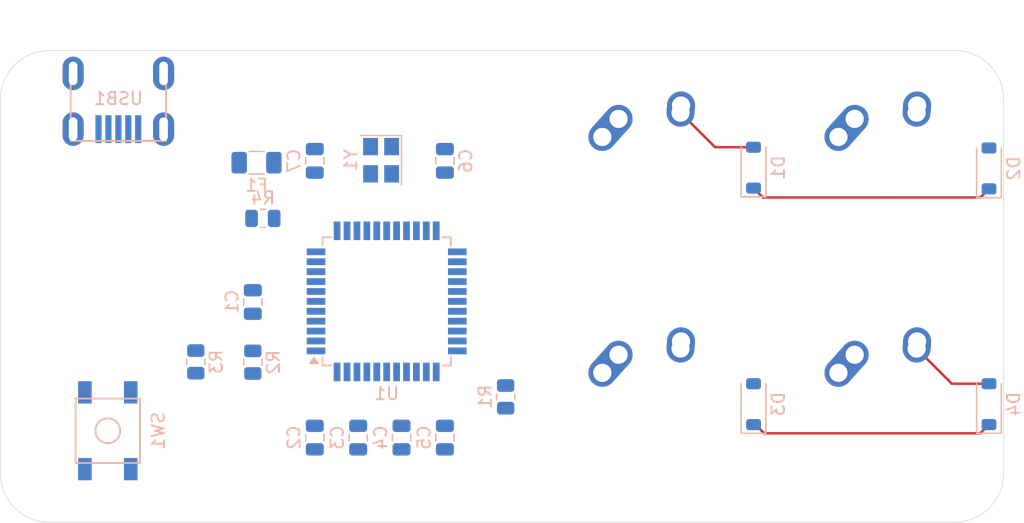
<source format=kicad_pcb>
(kicad_pcb (version 20240108) (generator "pcbnew") (generator_version "8.0")
  (layers (0 "F.Cu" signal) (31 "B.Cu" signal) (34 "B.Paste" user) (35 "F.Paste" user) (36 "B.SilkS" user "B.Silkscreen") (37 "F.SilkS" user "F.Silkscreen") (38 "B.Mask" user) (39 "F.Mask" user) (44 "Edge.Cuts" user))
  (net 0 "")
  (net 1 "Net-(U1-UCAP)")
  (net 2 "GND")
  (net 3 "+5V")
  (net 4 "Net-(U1-XTAL1)")
  (net 5 "Net-(U1-XTAL2)")
  (net 6 "/row 0")
  (net 7 "Net-(D1-A)")
  (net 8 "Net-(D2-A)")
  (net 9 "Net-(D3-A)")
  (net 10 "/row 1")
  (net 11 "Net-(D4-A)")
  (net 12 "VCC")
  (net 13 "/col 0")
  (net 14 "/col 1")
  (net 15 "Net-(U1-~{HWB}{slash}PE2)")
  (net 16 "/d+")
  (net 17 "Net-(U1-D+)")
  (net 18 "Net-(U1-D-)")
  (net 19 "/d-")
  (net 20 "Net-(U1-~{RESET})")
  (footprint "MX_Alps_Hybrid:MX-1U-NoLED" (layer "F.Cu") (at 74.6125 100.0125)
    (property "Reference" "MX3")
    (property "Value" "MX-NoLED")
    (pad "" np_thru_hole circle (at -5.08 0 48.0996) (size 1.75 1.75) (drill 1.75) (layers "*.Cu" "*.Mask"))
    (pad "" np_thru_hole circle (at 0 0) (size 3.9878 3.9878) (drill 3.9878) (layers "*.Cu" "*.Mask"))
    (pad "" np_thru_hole circle (at 5.08 0 48.0996) (size 1.75 1.75) (drill 1.75) (layers "*.Cu" "*.Mask"))
    (pad "1" thru_hole oval (at -3.81 -2.54 48.0996) (size 4.211556 2.25) (drill 1.47 (offset 0.980778 0)) (layers "*.Cu" "B.Mask") (net 13 "/col 0"))
    (pad "1" thru_hole circle (at -2.5 -4) (size 2.25 2.25) (drill 1.47) (layers "*.Cu" "B.Mask") (net 13 "/col 0"))
    (pad "2" thru_hole oval (at 2.5 -4.5 86.0548) (size 2.831378 2.25) (drill 1.47 (offset 0.290689 0)) (layers "*.Cu" "B.Mask") (net 9 "Net-(D3-A)"))
    (pad "2" thru_hole circle (at 2.54 -5.08) (size 2.25 2.25) (drill 1.47) (layers "*.Cu" "B.Mask") (net 9 "Net-(D3-A)"))
  )
  (footprint "MX_Alps_Hybrid:MX-1U-NoLED" (layer "F.Cu") (at 93.6625 80.9625)
    (property "Reference" "MX2")
    (property "Value" "MX-NoLED")
    (pad "" np_thru_hole circle (at -5.08 0 48.0996) (size 1.75 1.75) (drill 1.75) (layers "*.Cu" "*.Mask"))
    (pad "" np_thru_hole circle (at 0 0) (size 3.9878 3.9878) (drill 3.9878) (layers "*.Cu" "*.Mask"))
    (pad "" np_thru_hole circle (at 5.08 0 48.0996) (size 1.75 1.75) (drill 1.75) (layers "*.Cu" "*.Mask"))
    (pad "1" thru_hole oval (at -3.81 -2.54 48.0996) (size 4.211556 2.25) (drill 1.47 (offset 0.980778 0)) (layers "*.Cu" "B.Mask") (net 14 "/col 1"))
    (pad "1" thru_hole circle (at -2.5 -4) (size 2.25 2.25) (drill 1.47) (layers "*.Cu" "B.Mask") (net 14 "/col 1"))
    (pad "2" thru_hole oval (at 2.5 -4.5 86.0548) (size 2.831378 2.25) (drill 1.47 (offset 0.290689 0)) (layers "*.Cu" "B.Mask") (net 8 "Net-(D2-A)"))
    (pad "2" thru_hole circle (at 2.54 -5.08) (size 2.25 2.25) (drill 1.47) (layers "*.Cu" "B.Mask") (net 8 "Net-(D2-A)"))
  )
  (footprint "MX_Alps_Hybrid:MX-1U-NoLED" (layer "F.Cu") (at 74.6125 80.9625)
    (property "Reference" "MX1")
    (property "Value" "MX-NoLED")
    (pad "" np_thru_hole circle (at -5.08 0 48.0996) (size 1.75 1.75) (drill 1.75) (layers "*.Cu" "*.Mask"))
    (pad "" np_thru_hole circle (at 0 0) (size 3.9878 3.9878) (drill 3.9878) (layers "*.Cu" "*.Mask"))
    (pad "" np_thru_hole circle (at 5.08 0 48.0996) (size 1.75 1.75) (drill 1.75) (layers "*.Cu" "*.Mask"))
    (pad "1" thru_hole oval (at -3.81 -2.54 48.0996) (size 4.211556 2.25) (drill 1.47 (offset 0.980778 0)) (layers "*.Cu" "B.Mask") (net 13 "/col 0"))
    (pad "1" thru_hole circle (at -2.5 -4) (size 2.25 2.25) (drill 1.47) (layers "*.Cu" "B.Mask") (net 13 "/col 0"))
    (pad "2" thru_hole oval (at 2.5 -4.5 86.0548) (size 2.831378 2.25) (drill 1.47 (offset 0.290689 0)) (layers "*.Cu" "B.Mask") (net 7 "Net-(D1-A)"))
    (pad "2" thru_hole circle (at 2.54 -5.08) (size 2.25 2.25) (drill 1.47) (layers "*.Cu" "B.Mask") (net 7 "Net-(D1-A)"))
  )
  (footprint "MX_Alps_Hybrid:MX-1U-NoLED" (layer "F.Cu") (at 93.6625 100.0125)
    (property "Reference" "MX4")
    (property "Value" "MX-NoLED")
    (pad "" np_thru_hole circle (at -5.08 0 48.0996) (size 1.75 1.75) (drill 1.75) (layers "*.Cu" "*.Mask"))
    (pad "" np_thru_hole circle (at 0 0) (size 3.9878 3.9878) (drill 3.9878) (layers "*.Cu" "*.Mask"))
    (pad "" np_thru_hole circle (at 5.08 0 48.0996) (size 1.75 1.75) (drill 1.75) (layers "*.Cu" "*.Mask"))
    (pad "1" thru_hole oval (at -3.81 -2.54 48.0996) (size 4.211556 2.25) (drill 1.47 (offset 0.980778 0)) (layers "*.Cu" "B.Mask") (net 14 "/col 1"))
    (pad "1" thru_hole circle (at -2.5 -4) (size 2.25 2.25) (drill 1.47) (layers "*.Cu" "B.Mask") (net 14 "/col 1"))
    (pad "2" thru_hole oval (at 2.5 -4.5 86.0548) (size 2.831378 2.25) (drill 1.47 (offset 0.290689 0)) (layers "*.Cu" "B.Mask") (net 11 "Net-(D4-A)"))
    (pad "2" thru_hole circle (at 2.54 -5.08) (size 2.25 2.25) (drill 1.47) (layers "*.Cu" "B.Mask") (net 11 "Net-(D4-A)"))
  )
  (footprint "Package_QFP:TQFP-44_10x10mm_P0.8mm" (layer "B.Cu") (at 53.4 91.7)
    (property "Reference" "U1" (at 0 7.45 360) (layer "B.SilkS") (effects (justify mirror)))
    (property "Value" "ATmega32U4-A")
    (fp_line (start -5.175 -4.5) (end -5.175 -5.175) (stroke (width 0.15)) (layer "B.SilkS"))
    (fp_line (start -5.175 4.56) (end -5.175 5.175) (stroke (width 0.15)) (layer "B.SilkS"))
    (fp_line (start -4.5 -5.175) (end -5.175 -5.175) (stroke (width 0.15)) (layer "B.SilkS"))
    (fp_line (start -4.5 5.175) (end -5.175 5.175) (stroke (width 0.15)) (layer "B.SilkS"))
    (fp_line (start 4.5 -5.175) (end 5.175 -5.175) (stroke (width 0.15)) (layer "B.SilkS"))
    (fp_line (start 4.5 5.175) (end 5.175 5.175) (stroke (width 0.15)) (layer "B.SilkS"))
    (fp_line (start 5.175 -4.5) (end 5.175 -5.175) (stroke (width 0.15)) (layer "B.SilkS"))
    (fp_line (start 5.175 4.5) (end 5.175 5.175) (stroke (width 0.15)) (layer "B.SilkS"))
    (fp_poly (pts (xy -5.86 4.54) (xy -6.2 5.01) (xy -5.52 5.01) (xy -5.86 4.54)) (stroke (width 0.12)) (fill solid) (layer "B.SilkS"))
    (pad "1" smd rect (at -5.7 4) (size 1.5 0.55) (layers "B.Cu" "B.Paste" "B.Mask"))
    (pad "2" smd rect (at -5.7 3.2) (size 1.5 0.55) (layers "B.Cu" "B.Paste" "B.Mask") (net 3 "+5V"))
    (pad "3" smd rect (at -5.7 2.4) (size 1.5 0.55) (layers "B.Cu" "B.Paste" "B.Mask") (net 18 "Net-(U1-D-)"))
    (pad "4" smd rect (at -5.7 1.6) (size 1.5 0.55) (layers "B.Cu" "B.Paste" "B.Mask") (net 17 "Net-(U1-D+)"))
    (pad "5" smd rect (at -5.7 0.8) (size 1.5 0.55) (layers "B.Cu" "B.Paste" "B.Mask") (net 2 "GND"))
    (pad "6" smd rect (at -5.7 0) (size 1.5 0.55) (layers "B.Cu" "B.Paste" "B.Mask") (net 1 "Net-(U1-UCAP)"))
    (pad "7" smd rect (at -5.7 -0.8) (size 1.5 0.55) (layers "B.Cu" "B.Paste" "B.Mask") (net 3 "+5V"))
    (pad "8" smd rect (at -5.7 -1.6) (size 1.5 0.55) (layers "B.Cu" "B.Paste" "B.Mask"))
    (pad "9" smd rect (at -5.7 -2.4) (size 1.5 0.55) (layers "B.Cu" "B.Paste" "B.Mask"))
    (pad "10" smd rect (at -5.7 -3.2) (size 1.5 0.55) (layers "B.Cu" "B.Paste" "B.Mask"))
    (pad "11" smd rect (at -5.7 -4) (size 1.5 0.55) (layers "B.Cu" "B.Paste" "B.Mask"))
    (pad "12" smd rect (at -4 -5.7 270) (size 1.5 0.55) (layers "B.Cu" "B.Paste" "B.Mask"))
    (pad "13" smd rect (at -3.2 -5.7 270) (size 1.5 0.55) (layers "B.Cu" "B.Paste" "B.Mask") (net 20 "Net-(U1-~{RESET})"))
    (pad "14" smd rect (at -2.4 -5.7 270) (size 1.5 0.55) (layers "B.Cu" "B.Paste" "B.Mask") (net 3 "+5V"))
    (pad "15" smd rect (at -1.6 -5.7 270) (size 1.5 0.55) (layers "B.Cu" "B.Paste" "B.Mask") (net 2 "GND"))
    (pad "16" smd rect (at -0.8 -5.7 270) (size 1.5 0.55) (layers "B.Cu" "B.Paste" "B.Mask") (net 5 "Net-(U1-XTAL2)"))
    (pad "17" smd rect (at 0 -5.7 270) (size 1.5 0.55) (layers "B.Cu" "B.Paste" "B.Mask") (net 4 "Net-(U1-XTAL1)"))
    (pad "18" smd rect (at 0.8 -5.7 270) (size 1.5 0.55) (layers "B.Cu" "B.Paste" "B.Mask"))
    (pad "19" smd rect (at 1.6 -5.7 270) (size 1.5 0.55) (layers "B.Cu" "B.Paste" "B.Mask"))
    (pad "20" smd rect (at 2.4 -5.7 270) (size 1.5 0.55) (layers "B.Cu" "B.Paste" "B.Mask"))
    (pad "21" smd rect (at 3.2 -5.7 270) (size 1.5 0.55) (layers "B.Cu" "B.Paste" "B.Mask"))
    (pad "22" smd rect (at 4 -5.7 270) (size 1.5 0.55) (layers "B.Cu" "B.Paste" "B.Mask"))
    (pad "23" smd rect (at 5.7 -4) (size 1.5 0.55) (layers "B.Cu" "B.Paste" "B.Mask") (net 2 "GND"))
    (pad "24" smd rect (at 5.7 -3.2) (size 1.5 0.55) (layers "B.Cu" "B.Paste" "B.Mask") (net 3 "+5V"))
    (pad "25" smd rect (at 5.7 -2.4) (size 1.5 0.55) (layers "B.Cu" "B.Paste" "B.Mask"))
    (pad "26" smd rect (at 5.7 -1.6) (size 1.5 0.55) (layers "B.Cu" "B.Paste" "B.Mask"))
    (pad "27" smd rect (at 5.7 -0.8) (size 1.5 0.55) (layers "B.Cu" "B.Paste" "B.Mask"))
    (pad "28" smd rect (at 5.7 0) (size 1.5 0.55) (layers "B.Cu" "B.Paste" "B.Mask"))
    (pad "29" smd rect (at 5.7 0.8) (size 1.5 0.55) (layers "B.Cu" "B.Paste" "B.Mask"))
    (pad "30" smd rect (at 5.7 1.6) (size 1.5 0.55) (layers "B.Cu" "B.Paste" "B.Mask"))
    (pad "31" smd rect (at 5.7 2.4) (size 1.5 0.55) (layers "B.Cu" "B.Paste" "B.Mask"))
    (pad "32" smd rect (at 5.7 3.2) (size 1.5 0.55) (layers "B.Cu" "B.Paste" "B.Mask"))
    (pad "33" smd rect (at 5.7 4) (size 1.5 0.55) (layers "B.Cu" "B.Paste" "B.Mask") (net 15 "Net-(U1-~{HWB}{slash}PE2)"))
    (pad "34" smd rect (at 4 5.7 270) (size 1.5 0.55) (layers "B.Cu" "B.Paste" "B.Mask") (net 3 "+5V"))
    (pad "35" smd rect (at 3.2 5.7 270) (size 1.5 0.55) (layers "B.Cu" "B.Paste" "B.Mask") (net 2 "GND"))
    (pad "36" smd rect (at 2.4 5.7 270) (size 1.5 0.55) (layers "B.Cu" "B.Paste" "B.Mask"))
    (pad "37" smd rect (at 1.6 5.7 270) (size 1.5 0.55) (layers "B.Cu" "B.Paste" "B.Mask"))
    (pad "38" smd rect (at 0.8 5.7 270) (size 1.5 0.55) (layers "B.Cu" "B.Paste" "B.Mask"))
    (pad "39" smd rect (at 0 5.7 270) (size 1.5 0.55) (layers "B.Cu" "B.Paste" "B.Mask"))
    (pad "40" smd rect (at -0.8 5.7 270) (size 1.5 0.55) (layers "B.Cu" "B.Paste" "B.Mask"))
    (pad "41" smd rect (at -1.6 5.7 270) (size 1.5 0.55) (layers "B.Cu" "B.Paste" "B.Mask"))
    (pad "42" smd rect (at -2.4 5.7 270) (size 1.5 0.55) (layers "B.Cu" "B.Paste" "B.Mask"))
    (pad "43" smd rect (at -3.2 5.7 270) (size 1.5 0.55) (layers "B.Cu" "B.Paste" "B.Mask") (net 2 "GND"))
    (pad "44" smd rect (at -4 5.7 270) (size 1.5 0.55) (layers "B.Cu" "B.Paste" "B.Mask") (net 3 "+5V"))
  )
  (footprint "Capacitor_SMD:C_0805_2012Metric" (layer "B.Cu") (at 58.1 102.7 -90)
    (property "Reference" "C5" (at 0 1.68 90) (layer "B.SilkS") (effects (justify mirror)))
    (property "Value" "10uf")
    (fp_line (start 0.261252 0.735) (end -0.261252 0.735) (stroke (width 0.12)) (layer "B.SilkS"))
    (fp_line (start 0.261252 -0.735) (end -0.261252 -0.735) (stroke (width 0.12)) (layer "B.SilkS"))
    (pad "1" smd roundrect (at -0.95 0 270) (size 1 1.45) (layers "B.Cu" "B.Paste" "B.Mask") (net 3 "+5V"))
    (pad "2" smd roundrect (at 0.95 0 270) (size 1 1.45) (layers "B.Cu" "B.Paste" "B.Mask") (net 2 "GND"))
  )
  (footprint "Resistor_SMD:R_0805_2012Metric" (layer "B.Cu") (at 42.6 96.6125 90)
    (property "Reference" "R2" (at 0 1.65 90) (layer "B.SilkS") (effects (justify mirror)))
    (property "Value" "22")
    (fp_line (start 0.227064 -0.735) (end -0.227064 -0.735) (stroke (width 0.12)) (layer "B.SilkS"))
    (fp_line (start 0.227064 0.735) (end -0.227064 0.735) (stroke (width 0.12)) (layer "B.SilkS"))
    (pad "1" smd roundrect (at -0.9125 0 90) (size 1.025 1.4) (layers "B.Cu" "B.Paste" "B.Mask") (roundrect_rratio 0.243902) (net 17 "Net-(U1-D+)"))
    (pad "2" smd roundrect (at 0.9125 0 90) (size 1.025 1.4) (layers "B.Cu" "B.Paste" "B.Mask") (roundrect_rratio 0.243902) (net 16 "/d+"))
  )
  (footprint "Capacitor_SMD:C_0805_2012Metric" (layer "B.Cu") (at 47.6 80.35 -90)
    (property "Reference" "C7" (at 0 1.68 90) (layer "B.SilkS") (effects (justify mirror)))
    (property "Value" "22pF")
    (fp_line (start 0.261252 0.735) (end -0.261252 0.735) (stroke (width 0.12)) (layer "B.SilkS"))
    (fp_line (start 0.261252 -0.735) (end -0.261252 -0.735) (stroke (width 0.12)) (layer "B.SilkS"))
    (pad "1" smd roundrect (at -0.95 0 270) (size 1 1.45) (layers "B.Cu" "B.Paste" "B.Mask") (net 2 "GND"))
    (pad "2" smd roundrect (at 0.95 0 270) (size 1 1.45) (layers "B.Cu" "B.Paste" "B.Mask") (net 5 "Net-(U1-XTAL2)"))
  )
  (footprint "Resistor_SMD:R_0805_2012Metric" (layer "B.Cu") (at 43.4125 85 180)
    (property "Reference" "R4" (at 0 1.65 0) (layer "B.SilkS") (effects (justify mirror)))
    (property "Value" "10k")
    (fp_line (start 0.227064 0.735) (end -0.227064 0.735) (stroke (width 0.12)) (layer "B.SilkS"))
    (fp_line (start 0.227064 -0.735) (end -0.227064 -0.735) (stroke (width 0.12)) (layer "B.SilkS"))
    (pad "1" smd roundrect (at -0.9125 0 180) (size 1.025 1.4) (layers "B.Cu" "B.Paste" "B.Mask") (roundrect_rratio 0.243902) (net 3 "+5V"))
    (pad "2" smd roundrect (at 0.9125 0 180) (size 1.025 1.4) (layers "B.Cu" "B.Paste" "B.Mask") (roundrect_rratio 0.243902) (net 20 "Net-(U1-~{RESET})"))
  )
  (footprint "Capacitor_SMD:C_0805_2012Metric" (layer "B.Cu") (at 54.6 102.7 -90)
    (property "Reference" "C4" (at 0 1.68 90) (layer "B.SilkS") (effects (justify mirror)))
    (property "Value" "0.1uf")
    (fp_line (start 0.261252 0.735) (end -0.261252 0.735) (stroke (width 0.12)) (layer "B.SilkS"))
    (fp_line (start 0.261252 -0.735) (end -0.261252 -0.735) (stroke (width 0.12)) (layer "B.SilkS"))
    (pad "1" smd roundrect (at -0.95 0 270) (size 1 1.45) (layers "B.Cu" "B.Paste" "B.Mask") (net 3 "+5V"))
    (pad "2" smd roundrect (at 0.95 0 270) (size 1 1.45) (layers "B.Cu" "B.Paste" "B.Mask") (net 2 "GND"))
  )
  (footprint "Capacitor_SMD:C_0805_2012Metric" (layer "B.Cu") (at 42.6 91.75 -90)
    (property "Reference" "C1" (at 0 1.68 90) (layer "B.SilkS") (effects (justify mirror)))
    (property "Value" "1uF")
    (fp_line (start 0.261252 0.735) (end -0.261252 0.735) (stroke (width 0.12)) (layer "B.SilkS"))
    (fp_line (start 0.261252 -0.735) (end -0.261252 -0.735) (stroke (width 0.12)) (layer "B.SilkS"))
    (pad "1" smd roundrect (at -0.95 0 270) (size 1 1.45) (layers "B.Cu" "B.Paste" "B.Mask") (net 1 "Net-(U1-UCAP)"))
    (pad "2" smd roundrect (at 0.95 0 270) (size 1 1.45) (layers "B.Cu" "B.Paste" "B.Mask") (net 2 "GND"))
  )
  (footprint "Diode_SMD:D_SOD-123" (layer "B.Cu") (at 83 100 90)
    (property "Reference" "D3" (at 0 2 90) (layer "B.SilkS") (effects (justify mirror)))
    (property "Value" "D_Small")
    (fp_line (start 1.65 -1) (end -2.36 -1) (stroke (width 0.12)) (layer "B.SilkS"))
    (fp_line (start -2.36 -1) (end -2.36 1) (stroke (width 0.12)) (layer "B.SilkS"))
    (fp_line (start 1.65 1) (end -2.36 1) (stroke (width 0.12)) (layer "B.SilkS"))
    (pad "1" smd roundrect (at -1.65 0 90) (size 0.9 1.2) (layers "B.Cu" "B.Paste" "B.Mask") (net 10 "/row 1"))
    (pad "2" smd roundrect (at 1.65 0 90) (size 0.9 1.2) (layers "B.Cu" "B.Paste" "B.Mask") (net 9 "Net-(D3-A)"))
  )
  (footprint "Capacitor_SMD:C_0805_2012Metric" (layer "B.Cu") (at 47.6 102.7 -90)
    (property "Reference" "C2" (at 0 1.68 90) (layer "B.SilkS") (effects (justify mirror)))
    (property "Value" "0.1uf")
    (fp_line (start 0.261252 0.735) (end -0.261252 0.735) (stroke (width 0.12)) (layer "B.SilkS"))
    (fp_line (start 0.261252 -0.735) (end -0.261252 -0.735) (stroke (width 0.12)) (layer "B.SilkS"))
    (pad "1" smd roundrect (at -0.95 0 270) (size 1 1.45) (layers "B.Cu" "B.Paste" "B.Mask") (net 3 "+5V"))
    (pad "2" smd roundrect (at 0.95 0 270) (size 1 1.45) (layers "B.Cu" "B.Paste" "B.Mask") (net 2 "GND"))
  )
  (footprint "Capacitor_SMD:C_0805_2012Metric" (layer "B.Cu") (at 51.1 102.7 -90)
    (property "Reference" "C3" (at 0 1.68 90) (layer "B.SilkS") (effects (justify mirror)))
    (property "Value" "0.1uf")
    (fp_line (start 0.261252 0.735) (end -0.261252 0.735) (stroke (width 0.12)) (layer "B.SilkS"))
    (fp_line (start 0.261252 -0.735) (end -0.261252 -0.735) (stroke (width 0.12)) (layer "B.SilkS"))
    (pad "1" smd roundrect (at -0.95 0 270) (size 1 1.45) (layers "B.Cu" "B.Paste" "B.Mask") (net 3 "+5V"))
    (pad "2" smd roundrect (at 0.95 0 270) (size 1 1.45) (layers "B.Cu" "B.Paste" "B.Mask") (net 2 "GND"))
  )
  (footprint "Diode_SMD:D_SOD-123" (layer "B.Cu") (at 83 80.9 90)
    (property "Reference" "D1" (at 0 2 90) (layer "B.SilkS") (effects (justify mirror)))
    (property "Value" "D_Small")
    (fp_line (start 1.65 -1) (end -2.36 -1) (stroke (width 0.12)) (layer "B.SilkS"))
    (fp_line (start -2.36 -1) (end -2.36 1) (stroke (width 0.12)) (layer "B.SilkS"))
    (fp_line (start 1.65 1) (end -2.36 1) (stroke (width 0.12)) (layer "B.SilkS"))
    (pad "1" smd roundrect (at -1.65 0 90) (size 0.9 1.2) (layers "B.Cu" "B.Paste" "B.Mask") (net 6 "/row 0"))
    (pad "2" smd roundrect (at 1.65 0 90) (size 0.9 1.2) (layers "B.Cu" "B.Paste" "B.Mask") (net 7 "Net-(D1-A)"))
  )
  (footprint "Fuse:Fuse_1206_3216Metric" (layer "B.Cu") (at 42.9 80.5)
    (property "Reference" "F1" (at 0 1.82 360) (layer "B.SilkS") (effects (justify mirror)))
    (property "Value" "Polyfuse_Small")
    (fp_line (start 0.602064 -0.91) (end -0.602064 -0.91) (stroke (width 0.12)) (layer "B.SilkS"))
    (fp_line (start 0.602064 0.91) (end -0.602064 0.91) (stroke (width 0.12)) (layer "B.SilkS"))
    (pad "1" smd roundrect (at -1.4 0) (size 1.25 1.75) (layers "B.Cu" "B.Paste" "B.Mask") (roundrect_rratio 0.2) (net 12 "VCC"))
    (pad "2" smd roundrect (at 1.4 0) (size 1.25 1.75) (layers "B.Cu" "B.Paste" "B.Mask") (roundrect_rratio 0.2) (net 3 "+5V"))
  )
  (footprint "Resistor_SMD:R_0805_2012Metric" (layer "B.Cu") (at 38 96.5875 90)
    (property "Reference" "R3" (at 0 1.65 90) (layer "B.SilkS") (effects (justify mirror)))
    (property "Value" "22")
    (fp_line (start 0.227064 -0.735) (end -0.227064 -0.735) (stroke (width 0.12)) (layer "B.SilkS"))
    (fp_line (start 0.227064 0.735) (end -0.227064 0.735) (stroke (width 0.12)) (layer "B.SilkS"))
    (pad "1" smd roundrect (at -0.9125 0 90) (size 1.025 1.4) (layers "B.Cu" "B.Paste" "B.Mask") (roundrect_rratio 0.243902) (net 19 "/d-"))
    (pad "2" smd roundrect (at 0.9125 0 90) (size 1.025 1.4) (layers "B.Cu" "B.Paste" "B.Mask") (roundrect_rratio 0.243902) (net 18 "Net-(U1-D-)"))
  )
  (footprint "Crystal:Crystal_SMD_3225-4Pin_3.2x2.5mm" (layer "B.Cu") (at 52.95 80.3 -90)
    (property "Reference" "Y1" (at 0 2.45 90) (layer "B.SilkS") (effects (justify mirror)))
    (property "Value" "Crystal_GND24_Small")
    (fp_line (start -2 -1.65) (end -2 1.65) (stroke (width 0.12)) (layer "B.SilkS"))
    (fp_line (start 2 -1.65) (end -2 -1.65) (stroke (width 0.12)) (layer "B.SilkS"))
    (pad "1" smd rect (at -1.1 -0.85 270) (size 1.4 1.2) (layers "B.Cu" "B.Paste" "B.Mask") (net 4 "Net-(U1-XTAL1)"))
    (pad "2" smd rect (at 1.1 -0.85 270) (size 1.4 1.2) (layers "B.Cu" "B.Paste" "B.Mask") (net 2 "GND"))
    (pad "3" smd rect (at 1.1 0.85 270) (size 1.4 1.2) (layers "B.Cu" "B.Paste" "B.Mask") (net 5 "Net-(U1-XTAL2)"))
    (pad "4" smd rect (at -1.1 0.85 270) (size 1.4 1.2) (layers "B.Cu" "B.Paste" "B.Mask") (net 2 "GND"))
  )
  (footprint "Diode_SMD:D_SOD-123" (layer "B.Cu") (at 102 100 90)
    (property "Reference" "D4" (at 0 2 90) (layer "B.SilkS") (effects (justify mirror)))
    (property "Value" "D_Small")
    (fp_line (start 1.65 -1) (end -2.36 -1) (stroke (width 0.12)) (layer "B.SilkS"))
    (fp_line (start -2.36 -1) (end -2.36 1) (stroke (width 0.12)) (layer "B.SilkS"))
    (fp_line (start 1.65 1) (end -2.36 1) (stroke (width 0.12)) (layer "B.SilkS"))
    (pad "1" smd roundrect (at -1.65 0 90) (size 0.9 1.2) (layers "B.Cu" "B.Paste" "B.Mask") (net 10 "/row 1"))
    (pad "2" smd roundrect (at 1.65 0 90) (size 0.9 1.2) (layers "B.Cu" "B.Paste" "B.Mask") (net 11 "Net-(D4-A)"))
  )
  (footprint "random-keyboard-parts:SKQG-1155865" (layer "B.Cu") (at 30.9 102.15 -90)
    (property "Reference" "SW1" (at 0 -4.064 90) (layer "B.SilkS") (effects (justify mirror)))
    (property "Value" "SW_Push")
    (fp_line (start -2.6 2.6) (end -2.6 -2.6) (stroke (width 0.15)) (layer "B.SilkS"))
    (fp_line (start 2.6 2.6) (end -2.6 2.6) (stroke (width 0.15)) (layer "B.SilkS"))
    (fp_line (start -2.6 -2.6) (end 2.6 -2.6) (stroke (width 0.15)) (layer "B.SilkS"))
    (fp_line (start 2.6 -2.6) (end 2.6 2.6) (stroke (width 0.15)) (layer "B.SilkS"))
    (fp_circle (center 0 0) (end 1 0) (stroke (width 0.15)) (fill none) (layer "B.SilkS"))
    (pad "1" smd rect (at 3.1 -1.85 270) (size 1.8 1.1) (layers "B.Cu" "B.Paste" "B.Mask") (net 2 "GND"))
    (pad "2" smd rect (at -3.1 1.85 270) (size 1.8 1.1) (layers "B.Cu" "B.Paste" "B.Mask") (net 20 "Net-(U1-~{RESET})"))
    (pad "3" smd rect (at 3.1 1.85 270) (size 1.8 1.1) (layers "B.Cu" "B.Paste" "B.Mask"))
    (pad "4" smd rect (at -3.1 -1.85 270) (size 1.8 1.1) (layers "B.Cu" "B.Paste" "B.Mask"))
  )
  (footprint "Diode_SMD:D_SOD-123" (layer "B.Cu") (at 102 80.9625 90)
    (property "Reference" "D2" (at 0 2 90) (layer "B.SilkS") (effects (justify mirror)))
    (property "Value" "D_Small")
    (fp_line (start 1.65 -1) (end -2.36 -1) (stroke (width 0.12)) (layer "B.SilkS"))
    (fp_line (start -2.36 -1) (end -2.36 1) (stroke (width 0.12)) (layer "B.SilkS"))
    (fp_line (start 1.65 1) (end -2.36 1) (stroke (width 0.12)) (layer "B.SilkS"))
    (pad "1" smd roundrect (at -1.65 0 90) (size 0.9 1.2) (layers "B.Cu" "B.Paste" "B.Mask") (net 6 "/row 0"))
    (pad "2" smd roundrect (at 1.65 0 90) (size 0.9 1.2) (layers "B.Cu" "B.Paste" "B.Mask") (net 8 "Net-(D2-A)"))
  )
  (footprint "Capacitor_SMD:C_0805_2012Metric" (layer "B.Cu") (at 58.1 80.35 90)
    (property "Reference" "C6" (at 0 1.68 90) (layer "B.SilkS") (effects (justify mirror)))
    (property "Value" "22pF")
    (fp_line (start 0.261252 -0.735) (end -0.261252 -0.735) (stroke (width 0.12)) (layer "B.SilkS"))
    (fp_line (start 0.261252 0.735) (end -0.261252 0.735) (stroke (width 0.12)) (layer "B.SilkS"))
    (pad "1" smd roundrect (at -0.95 0 90) (size 1 1.45) (layers "B.Cu" "B.Paste" "B.Mask") (net 2 "GND"))
    (pad "2" smd roundrect (at 0.95 0 90) (size 1 1.45) (layers "B.Cu" "B.Paste" "B.Mask") (net 4 "Net-(U1-XTAL1)"))
  )
  (footprint "Resistor_SMD:R_0805_2012Metric" (layer "B.Cu") (at 63 99.4125 -90)
    (property "Reference" "R1" (at 0 1.65 90) (layer "B.SilkS") (effects (justify mirror)))
    (property "Value" "10K")
    (fp_line (start 0.227064 0.735) (end -0.227064 0.735) (stroke (width 0.12)) (layer "B.SilkS"))
    (fp_line (start 0.227064 -0.735) (end -0.227064 -0.735) (stroke (width 0.12)) (layer "B.SilkS"))
    (pad "1" smd roundrect (at -0.9125 0 270) (size 1.025 1.4) (layers "B.Cu" "B.Paste" "B.Mask") (roundrect_rratio 0.243902) (net 15 "Net-(U1-~{HWB}{slash}PE2)"))
    (pad "2" smd roundrect (at 0.9125 0 270) (size 1.025 1.4) (layers "B.Cu" "B.Paste" "B.Mask") (roundrect_rratio 0.243902) (net 2 "GND"))
  )
  (footprint "random-keyboard-parts:Molex-0548190589" (layer "B.Cu") (at 31.75 73.2875 -90)
    (property "Reference" "USB1" (at 2.032 0 0) (layer "B.SilkS") (effects (justify mirror)))
    (property "Value" "Molex-0548190589")
    (fp_line (start 5.45 3.85) (end 0 3.85) (stroke (width 0.15)) (layer "B.SilkS"))
    (fp_line (start 5.45 -3.85) (end 5.45 3.85) (stroke (width 0.15)) (layer "B.SilkS"))
    (fp_line (start 5.45 -3.85) (end 0 -3.85) (stroke (width 0.15)) (layer "B.SilkS"))
    (pad "1" smd rect (at 4.5 -1.6 270) (size 2.25 0.5) (layers "B.Cu" "B.Paste" "B.Mask") (net 2 "GND"))
    (pad "2" smd rect (at 4.5 -0.8 270) (size 2.25 0.5) (layers "B.Cu" "B.Paste" "B.Mask"))
    (pad "3" smd rect (at 4.5 0 270) (size 2.25 0.5) (layers "B.Cu" "B.Paste" "B.Mask") (net 16 "/d+"))
    (pad "4" smd rect (at 4.5 0.8 270) (size 2.25 0.5) (layers "B.Cu" "B.Paste" "B.Mask") (net 19 "/d-"))
    (pad "5" smd rect (at 4.5 1.6 270) (size 2.25 0.5) (layers "B.Cu" "B.Paste" "B.Mask") (net 12 "VCC"))
    (pad "6" thru_hole oval (at 0 -3.65 270) (size 2.7 1.7) (drill oval 1.9 0.7) (layers "*.Cu" "*.Mask"))
    (pad "6" thru_hole oval (at 0 3.65 270) (size 2.7 1.7) (drill oval 1.9 0.7) (layers "*.Cu" "*.Mask"))
    (pad "6" thru_hole oval (at 4.5 -3.65 270) (size 2.7 1.7) (drill oval 1.9 0.7) (layers "*.Cu" "*.Mask"))
    (pad "6" thru_hole oval (at 4.5 3.65 270) (size 2.7 1.7) (drill oval 1.9 0.7) (layers "*.Cu" "*.Mask"))
  )
  (gr_arc (start 99.21875 71.4375) (mid 102.02508 72.59992) (end 103.1875 75.40625) (stroke (width 0.05)) (layer "Edge.Cuts"))
  (gr_line (start 99.21875 109.5375) (end 26.19375 109.537499) (stroke (width 0.05)) (layer "Edge.Cuts"))
  (gr_line (start 26.19375 71.4375) (end 99.21875 71.4375) (stroke (width 0.05)) (layer "Edge.Cuts"))
  (gr_line (start 22.225001 105.56875) (end 22.225 75.40625) (stroke (width 0.05)) (layer "Edge.Cuts"))
  (gr_line (start 103.1875 75.40625) (end 103.1875 105.56875) (stroke (width 0.05)) (layer "Edge.Cuts"))
  (gr_arc (start 103.1875 105.56875) (mid 102.02508 108.37508) (end 99.21875 109.5375) (stroke (width 0.05)) (layer "Edge.Cuts"))
  (gr_arc (start 26.19375 109.537499) (mid 23.387421 108.375079) (end 22.225001 105.56875) (stroke (width 0.05)) (layer "Edge.Cuts"))
  (gr_arc (start 22.225 75.40625) (mid 23.38742 72.59992) (end 26.19375 71.4375) (stroke (width 0.05)) (layer "Edge.Cuts"))
  (segment (start 101.3061 83.3064) (end 102 82.6125) (width 0.2) (layer "F.Cu") (net 6))
  (segment (start 83.7564 83.3064) (end 101.3061 83.3064) (width 0.2) (layer "F.Cu") (net 6))
  (segment (start 83 82.55) (end 83.7564 83.3064) (width 0.2) (layer "F.Cu") (net 6))
  (segment (start 83 79.25) (end 79.9 79.25) (width 0.2) (layer "F.Cu") (net 7))
  (segment (start 79.9 79.25) (end 77.1125 76.4625) (width 0.2) (layer "F.Cu") (net 7))
  (segment (start 102 101.65) (end 101.2936 102.3564) (width 0.2) (layer "F.Cu") (net 10))
  (segment (start 101.2936 102.3564) (end 83.8564 102.3564) (width 0.2) (layer "F.Cu") (net 10))
  (segment (start 83.8564 102.3564) (end 83 101.5) (width 0.2) (layer "F.Cu") (net 10))
  (segment (start 102 98.35) (end 99 98.35) (width 0.2) (layer "F.Cu") (net 11))
  (segment (start 99 98.35) (end 96.1625 95.5125) (width 0.2) (layer "F.Cu") (net 11))
)
</source>
